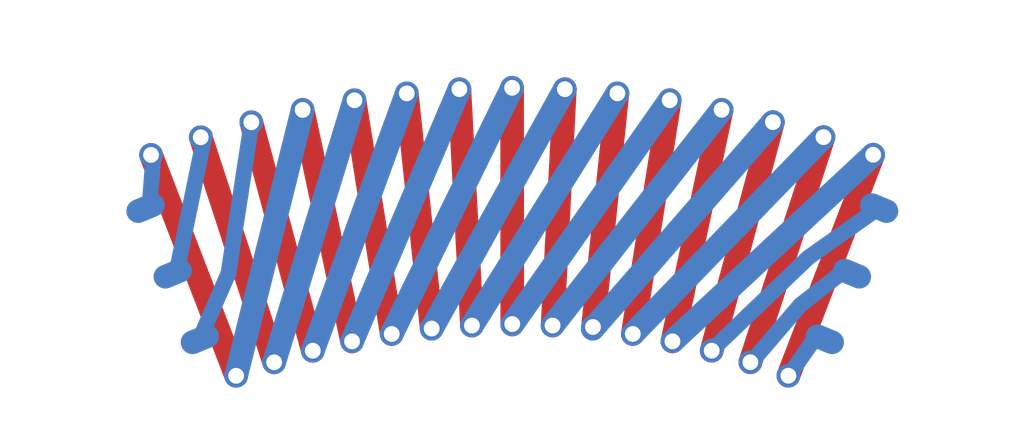
<source format=kicad_pcb>
(kicad_pcb (version 20241229) (generator "pcbnew") (generator_version "9.0")
  (layers (0 "F.Cu" signal) (2 "B.Cu" signal) (13 "F.Paste" user) (15 "B.Paste" user) (5 "F.SilkS" user "F.Silkscreen") (7 "B.SilkS" user "B.Silkscreen") (1 "F.Mask" user) (3 "B.Mask" user) (25 "Edge.Cuts" user))
  (net 0 "")
  (net 2 "unconnected-(J1-Pin_1-Pad1)")
  (net 3 "unconnected-(J1-Pin_2-Pad2)")
  (net 5 "unconnected-(J2-Pin_3-Pad3)")
  (footprint "model_train_footprints:track_connections" (layer "B.Cu") (at 24.443422 -26.495703 22.5)
    (property "Reference" "J2" (hide yes))
    (property "Value" "Conn_01x03" (hide yes))
    (pad "1" smd oval (at 0 0.9 292.5) (size 0.3 0.5) (layers "B.Cu" "B.Mask" "B.Paste"))
    (pad "2" smd oval (at 0 0 292.5) (size 0.3 0.5) (layers "B.Cu" "B.Mask" "B.Paste"))
    (pad "3" smd oval (at 0 -0.9 292.5) (size 0.3 0.5) (layers "B.Cu" "B.Mask" "B.Paste") (net 5 "unconnected-(J2-Pin_3-Pad3)"))
  )
  (footprint "model_train_footprints:track_connections" (layer "B.Cu") (at 33.053799 -26.495703 -22.5)
    (property "Reference" "J1" (hide yes))
    (property "Value" "Conn_01x03" (hide yes))
    (pad "1" smd oval (at 0 0.9 247.5) (size 0.3 0.5) (layers "B.Cu" "B.Mask" "B.Paste") (net 2 "unconnected-(J1-Pin_1-Pad1)"))
    (pad "2" smd oval (at 0 0 247.5) (size 0.3 0.5) (layers "B.Cu" "B.Mask" "B.Paste") (net 3 "unconnected-(J1-Pin_2-Pad2)"))
    (pad "3" smd oval (at 0 -0.9 247.5) (size 0.3 0.5) (layers "B.Cu" "B.Mask" "B.Paste"))
  )
  (gr_line (start 32.247578 -25.202593) (end 33.32268 -28.003335) (stroke (width 0.3)) (layer "F.Cu") (net 2))
  (gr_line (start 28.236473 -25.838598) (end 28.077285 -28.834372) (stroke (width 0.3)) (layer "F.Cu") (net 5))
  (gr_line (start 30.778261 -25.638463) (end 31.401194 -28.573076) (stroke (width 0.3)) (layer "F.Cu") (net 2))
  (gr_line (start 31.765654 -25.373517) (end 32.692444 -28.226771) (stroke (width 0.3)) (layer "F.Cu") (net 3))
  (gr_line (start 26.219899 -25.518433) (end 25.44028 -28.415361) (stroke (width 0.3)) (layer "F.Cu") (net 2))
  (gr_line (start 30.275507 -25.731756) (end 30.743731 -28.694992) (stroke (width 0.3)) (layer "F.Cu") (net 3))
  (gr_line (start 31.275433 -25.51894) (end 32.051361 -28.416859) (stroke (width 0.3)) (layer "F.Cu") (net 5))
  (gr_line (start 26.717047 -25.638055) (end 26.090376 -28.571873) (stroke (width 0.3)) (layer "F.Cu") (net 5))
  (gr_line (start 29.768554 -25.798563) (end 30.080781 -28.782271) (stroke (width 0.3)) (layer "F.Cu") (net 5))
  (gr_line (start 27.219782 -25.73145) (end 26.747783 -28.694086) (stroke (width 0.3)) (layer "F.Cu") (net 3))
  (gr_line (start 27.726722 -25.798359) (end 27.410694 -28.781666) (stroke (width 0.3)) (layer "F.Cu") (net 2))
  (gr_line (start 29.258795 -25.838701) (end 29.414167 -28.834675) (stroke (width 0.3)) (layer "F.Cu") (net 2))
  (gr_line (start 28.747633 -25.852058) (end 28.745722 -28.852057) (stroke (width 0.3)) (layer "F.Cu") (net 3))
  (gr_line (start 25.247818 -25.20189) (end 24.169149 -28.00126) (stroke (width 0.3)) (layer "F.Cu") (net 5))
  (gr_line (start 25.729707 -25.372911) (end 24.799283 -28.224983) (stroke (width 0.3)) (layer "F.Cu") (net 3))
  (gr_line (start 24.2 -28) (end 24.15 -27.35) (stroke (width 0.2)) (layer "B.Cu") (net 5))
  (gr_line (start 27.410694 -28.781666) (end 26.219899 -25.518433) (stroke (width 0.3)) (layer "B.Cu") (net 2))
  (gr_line (start 26.747783 -28.694086) (end 25.729707 -25.372911) (stroke (width 0.3)) (layer "B.Cu") (net 3))
  (gr_line (start 32.051361 -28.416859) (end 29.768554 -25.798563) (stroke (width 0.3)) (layer "B.Cu") (net 5))
  (gr_line (start 28.077285 -28.834372) (end 26.717047 -25.638055) (stroke (width 0.3)) (layer "B.Cu") (net 5))
  (gr_line (start 30.080781 -28.782271) (end 28.236473 -25.838598) (stroke (width 0.3)) (layer "B.Cu") (net 5))
  (gr_line (start 32.4 -26.1) (end 32.85 -26.45) (stroke (width 0.2)) (layer "B.Cu") (net 3))
  (gr_line (start 24.85 -28.25) (end 24.5 -26.55) (stroke (width 0.2)) (layer "B.Cu") (net 3))
  (gr_line (start 28.745722 -28.852057) (end 27.219782 -25.73145) (stroke (width 0.3)) (layer "B.Cu") (net 3))
  (gr_line (start 32.692444 -28.226771) (end 30.275507 -25.731756) (stroke (width 0.3)) (layer "B.Cu") (net 3))
  (gr_line (start 26.090376 -28.571873) (end 25.247818 -25.20189) (stroke (width 0.3)) (layer "B.Cu") (net 5))
  (gr_line (start 30.743731 -28.694992) (end 28.747633 -25.852058) (stroke (width 0.3)) (layer "B.Cu") (net 3))
  (gr_line (start 32.5 -26.7) (end 31.3 -25.55) (stroke (width 0.2)) (layer "B.Cu") (net 5))
  (gr_line (start 33.35 -27.3) (end 32.5 -26.7) (stroke (width 0.2)) (layer "B.Cu") (net 5))
  (gr_line (start 25.15 -26.5) (end 24.8 -25.7) (stroke (width 0.2)) (layer "B.Cu") (net 2))
  (gr_line (start 33.32268 -28.003335) (end 30.778261 -25.638463) (stroke (width 0.3)) (layer "B.Cu") (net 2))
  (gr_line (start 29.414167 -28.834675) (end 27.726722 -25.798359) (stroke (width 0.3)) (layer "B.Cu") (net 2))
  (gr_line (start 25.45 -28.45) (end 25.15 -26.5) (stroke (width 0.2)) (layer "B.Cu") (net 2))
  (gr_line (start 32.25 -25.2) (end 32.6 -25.7) (stroke (width 0.2)) (layer "B.Cu") (net 2))
  (gr_line (start 31.401194 -28.573076) (end 29.258795 -25.838701) (stroke (width 0.3)) (layer "B.Cu") (net 2))
  (gr_line (start 31.8 -25.4) (end 32.4 -26.1) (stroke (width 0.2)) (layer "B.Cu") (net 3))
  (via (at 31.401194 -28.573076) (size 0.3) (drill 0.2) (layers "F.Cu" "B.Cu") (net 2))
  (via (at 26.219588 -25.519588) (size 0.3) (drill 0.2) (layers "F.Cu" "B.Cu") (net 2))
  (via (at 32.247578 -25.202593) (size 0.3) (drill 0.2) (layers "F.Cu" "B.Cu") (net 2))
  (via (at 27.410694 -28.781666) (size 0.3) (drill 0.2) (layers "F.Cu" "B.Cu") (net 2))
  (via (at 30.778261 -25.638463) (size 0.3) (drill 0.2) (layers "F.Cu" "B.Cu") (net 2))
  (via (at 33.32268 -28.003335) (size 0.3) (drill 0.2) (layers "F.Cu" "B.Cu") (net 2))
  (via (at 25.44028 -28.415361) (size 0.3) (drill 0.2) (layers "F.Cu" "B.Cu") (net 2))
  (via (at 29.258795 -25.838701) (size 0.3) (drill 0.2) (layers "F.Cu" "B.Cu") (net 2))
  (via (at 27.726548 -25.8) (size 0.3) (drill 0.2) (layers "F.Cu" "B.Cu") (net 2))
  (via (at 29.414167 -28.834675) (size 0.3) (drill 0.2) (layers "F.Cu" "B.Cu") (net 2))
  (via (at 30.275507 -25.731756) (size 0.3) (drill 0.2) (layers "F.Cu" "B.Cu") (net 3))
  (via (at 25.729707 -25.372911) (size 0.3) (drill 0.2) (layers "F.Cu" "B.Cu") (net 3))
  (via (at 27.219782 -25.73145) (size 0.3) (drill 0.2) (layers "F.Cu" "B.Cu") (net 3))
  (via (at 24.799283 -28.224983) (size 0.3) (drill 0.2) (layers "F.Cu" "B.Cu") (net 3))
  (via (at 31.765654 -25.373517) (size 0.3) (drill 0.2) (layers "F.Cu" "B.Cu") (net 3))
  (via (at 28.745722 -28.852057) (size 0.3) (drill 0.2) (layers "F.Cu" "B.Cu") (net 3))
  (via (at 30.743731 -28.694992) (size 0.3) (drill 0.2) (layers "F.Cu" "B.Cu") (net 3))
  (via (at 28.747629 -25.857629) (size 0.3) (drill 0.2) (layers "F.Cu" "B.Cu") (net 3))
  (via (at 26.747783 -28.694086) (size 0.3) (drill 0.2) (layers "F.Cu" "B.Cu") (net 3))
  (via (at 32.692444 -28.226771) (size 0.3) (drill 0.2) (layers "F.Cu" "B.Cu") (net 3))
  (via (at 25.247818 -25.20189) (size 0.3) (drill 0.2) (layers "F.Cu" "B.Cu") (net 5))
  (via (at 28.236473 -25.838598) (size 0.3) (drill 0.2) (layers "F.Cu" "B.Cu") (net 5))
  (via (at 29.770797 -25.82) (size 0.3) (drill 0.2) (layers "F.Cu" "B.Cu") (net 5))
  (via (at 24.169149 -28.00126) (size 0.3) (drill 0.2) (layers "F.Cu" "B.Cu") (net 5))
  (via (at 28.077285 -28.834372) (size 0.3) (drill 0.2) (layers "F.Cu" "B.Cu") (net 5))
  (via (at 26.717047 -25.638055) (size 0.3) (drill 0.2) (layers "F.Cu" "B.Cu") (net 5))
  (via (at 30.080781 -28.782271) (size 0.3) (drill 0.2) (layers "F.Cu" "B.Cu") (net 5))
  (via (at 32.051361 -28.416859) (size 0.3) (drill 0.2) (layers "F.Cu" "B.Cu") (net 5))
  (via (at 31.275717 -25.52) (size 0.3) (drill 0.2) (layers "F.Cu" "B.Cu") (net 5))
  (via (at 26.090376 -28.571873) (size 0.3) (drill 0.2) (layers "F.Cu" "B.Cu") (net 5))
)
</source>
